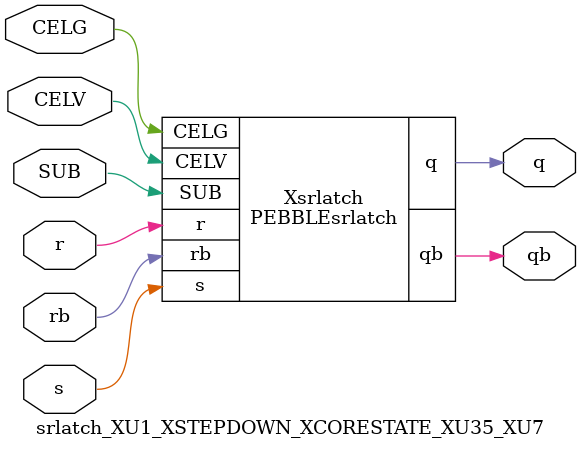
<source format=v>



module PEBBLEsrlatch ( q, qb, CELG, CELV, SUB, r, rb, s );

  input CELV;
  input s;
  output q;
  input rb;
  input r;
  input SUB;
  input CELG;
  output qb;
endmodule

//Celera Confidential Do Not Copy srlatch_XU1_XSTEPDOWN_XCORESTATE_XU35_XU7
//Celera Confidential Symbol Generator
//SR Latch
module srlatch_XU1_XSTEPDOWN_XCORESTATE_XU35_XU7 (CELV,CELG,s,r,rb,q,qb,SUB);
input CELV;
input CELG;
input s;
input r;
input rb;
input SUB;
output q;
output qb;

//Celera Confidential Do Not Copy srlatch
PEBBLEsrlatch Xsrlatch(
.CELV (CELV),
.r (r),
.s (s),
.q (q),
.qb (qb),
.rb (rb),
.SUB (SUB),
.CELG (CELG)
);
//,diesize,PEBBLEsrlatch

//Celera Confidential Do Not Copy Module End
//Celera Schematic Generator
endmodule

</source>
